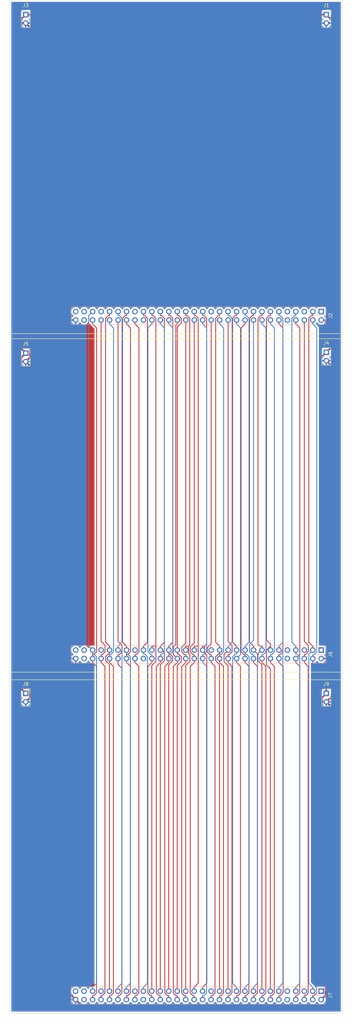
<source format=kicad_pcb>
(kicad_pcb (version 20211014) (generator pcbnew)
  (layers (0 "F.Cu" signal) (31 "B.Cu" signal) (34 "B.Paste" user) (35 "F.Paste" user) (36 "B.SilkS" user "B.Silkscreen") (37 "F.SilkS" user "F.Silkscreen") (38 "B.Mask" user) (39 "F.Mask" user) (44 "Edge.Cuts" user))
  (net 0 "")
  (net 1 "+5V")
  (net 2 "GND")
  (net 4 "Clock24")
  (net 5 "Clock3")
  (net 7 "Clock6")
  (net 8 "~{Clock12}")
  (net 9 "Clock12")
  (net 12 "D0")
  (net 13 "A0")
  (net 14 "D1")
  (net 15 "A1")
  (net 16 "D2")
  (net 17 "A2")
  (net 18 "D3")
  (net 19 "A3")
  (net 20 "D4")
  (net 21 "A4")
  (net 22 "D5")
  (net 23 "A5")
  (net 24 "D6")
  (net 25 "A6")
  (net 26 "D7")
  (net 27 "A7")
  (net 29 "A8")
  (net 30 "ROM{slash}~{RAM}")
  (net 31 "A9")
  (net 32 "Q1")
  (net 33 "A10")
  (net 34 "Q2")
  (net 35 "A11")
  (net 36 "Q3")
  (net 37 "A12")
  (net 38 "Q4")
  (net 39 "A13")
  (net 40 "Q5")
  (net 41 "A14")
  (net 42 "Q6")
  (net 43 "A15")
  (net 44 "Q7")
  (net 47 "~{RESET}")
  (net 48 "~{DMA}")
  (net 49 "~{NMI}")
  (net 50 "R{slash}~{W}")
  (net 51 "~{FIRQ}")
  (net 52 "~{HALT}")
  (net 53 "~{IRQ}")
  (net 55 "BA")
  (net 56 "MRDY")
  (net 57 "BS")
  (footprint "Connector_PinSocket_2.54mm:PinSocket_1x02_P2.54mm_Vertical" (layer "F.Cu") (at 120.396 29.718)
    (fp_text reference "J1")
    (fp_text value "Conn_01x02_Female")
  )
  (footprint "Connector_PinSocket_2.54mm:PinSocket_1x02_P2.54mm_Vertical" (layer "F.Cu") (at 30.226 29.718)
    (fp_text reference "J3")
    (fp_text value "Conn_01x02_Female")
  )
  (footprint "Connector_PinSocket_2.54mm:PinSocket_1x02_P2.54mm_Vertical" (layer "F.Cu") (at 120.396 232.918)
    (fp_text reference "J9")
    (fp_text value "Conn_01x02_Female")
  )
  (footprint "Connector_PinSocket_2.54mm:PinSocket_1x02_P2.54mm_Vertical" (layer "F.Cu") (at 30.226 232.918)
    (fp_text reference "J8")
    (fp_text value "Conn_01x02_Female")
  )
  (footprint "Connector_PinSocket_2.54mm:PinSocket_1x02_P2.54mm_Vertical" (layer "F.Cu") (at 120.396 130.81)
    (fp_text reference "J4")
    (fp_text value "Conn_01x02_Female")
  )
  (footprint "Connector_PinSocket_2.54mm:PinSocket_1x02_P2.54mm_Vertical" (layer "F.Cu") (at 30.226 131.064)
    (fp_text reference "J5")
    (fp_text value "Conn_01x02_Female")
  )
  (footprint "Connector_PinSocket_2.54mm:PinSocket_2x30_P2.54mm_Vertical" (layer "B.Cu") (at 118.842 322.072 90)
    (fp_text reference "J7")
    (fp_text value "Conn_02x30_Odd_Even")
  )
  (footprint "Connector_PinSocket_2.54mm:PinSocket_2x30_P2.54mm_Vertical" (layer "B.Cu") (at 118.872 118.618 90)
    (fp_text reference "J2")
    (fp_text value "Conn_02x30_Odd_Even")
  )
  (footprint "Connector_PinSocket_2.54mm:PinSocket_2x30_P2.54mm_Vertical" (layer "B.Cu") (at 118.872 219.964 90)
    (fp_text reference "J6")
    (fp_text value "Conn_02x30_Odd_Even")
  )
  (gr_line (start 25.908 228.854) (end 124.714 228.854) (layer "F.SilkS") (width 0.15))
  (gr_line (start 25.908 126.746) (end 124.714 126.746) (layer "F.SilkS") (width 0.15))
  (gr_line (start 25.908 125.222) (end 124.714 125.222) (layer "F.SilkS") (width 0.15))
  (gr_line (start 25.908 226.568) (end 124.714 226.568) (layer "F.SilkS") (width 0.15))
  (gr_rect (start 25.4 25.4) (end 125.222 328.676) (layer "Edge.Cuts") (width 0.1) (fill none))
  (segment (start 30.226 29.718) (end 120.396 29.718) (width 0.5) (layer "F.Cu") (net 1))
  (segment (start 122.428 124.173) (end 120.0471 121.7921) (width 0.25) (layer "F.Cu") (net 1))
  (segment (start 118.531 139.113) (end 120.396 140.978) (width 0.5) (layer "F.Cu") (net 1))
  (segment (start 28.926 231.618) (end 30.226 232.918) (width 0.5) (layer "F.Cu") (net 1))
  (segment (start 28.926 132.364) (end 28.926 231.618) (width 0.5) (layer "F.Cu") (net 1))
  (segment (start 28.926 31.018) (end 28.926 129.764) (width 0.5) (layer "F.Cu") (net 1))
  (segment (start 120.142 242.892) (end 120.142 323.312) (width 0.5) (layer "F.Cu") (net 1))
  (segment (start 120.142 323.312) (end 118.842 324.612) (width 0.5) (layer "F.Cu") (net 1))
  (segment (start 118.531 132.675) (end 118.531 139.113) (width 0.5) (layer "F.Cu") (net 1))
  (segment (start 118.872 121.158) (end 120.0471 121.158) (width 0.25) (layer "F.Cu") (net 1))
  (segment (start 120.396 232.918) (end 119.096 234.218) (width 0.5) (layer "F.Cu") (net 1))
  (segment (start 30.226 29.718) (end 28.926 31.018) (width 0.5) (layer "F.Cu") (net 1))
  (segment (start 120.396 222.504) (end 118.872 222.504) (width 0.5) (layer "F.Cu") (net 1))
  (segment (start 122.428 31.75) (end 122.428 124.173) (width 0.5) (layer "F.Cu") (net 1))
  (segment (start 120.0471 121.7921) (end 120.0471 121.158) (width 0.25) (layer "F.Cu") (net 1))
  (segment (start 120.396 140.978) (end 120.396 222.504) (width 0.5) (layer "F.Cu") (net 1))
  (segment (start 119.096 234.218) (end 119.096 241.846) (width 0.5) (layer "F.Cu") (net 1))
  (segment (start 119.096 241.846) (end 120.142 242.892) (width 0.5) (layer "F.Cu") (net 1))
  (segment (start 30.226 131.064) (end 28.926 132.364) (width 0.5) (layer "F.Cu") (net 1))
  (segment (start 122.428 124.173) (end 122.428 128.778) (width 0.5) (layer "F.Cu") (net 1))
  (segment (start 122.428 128.778) (end 120.396 130.81) (width 0.5) (layer "F.Cu") (net 1))
  (segment (start 120.396 29.718) (end 122.428 31.75) (width 0.5) (layer "F.Cu") (net 1))
  (segment (start 120.396 222.504) (end 120.396 232.918) (width 0.5) (layer "F.Cu") (net 1))
  (segment (start 120.396 130.81) (end 118.531 132.675) (width 0.5) (layer "F.Cu") (net 1))
  (segment (start 28.926 129.764) (end 30.226 131.064) (width 0.5) (layer "F.Cu") (net 1))
  (segment (start 30.226 133.604) (end 31.526 134.904) (width 0.5) (layer "F.Cu") (net 2))
  (segment (start 31.526 132.304) (end 30.226 133.604) (width 0.5) (layer "F.Cu") (net 2))
  (segment (start 31.526 234.158) (end 30.226 235.458) (width 0.5) (layer "F.Cu") (net 2))
  (segment (start 31.526 33.558) (end 31.526 132.304) (width 0.5) (layer "F.Cu") (net 2))
  (segment (start 47.214 326.644) (end 120.142 326.644) (width 0.5) (layer "F.Cu") (net 2))
  (segment (start 122.428 324.358) (end 122.428 237.49) (width 0.5) (layer "F.Cu") (net 2))
  (segment (start 122.174 135.128) (end 122.174 233.68) (width 0.5) (layer "F.Cu") (net 2))
  (segment (start 30.226 309.656) (end 45.182 324.612) (width 0.5) (layer "F.Cu") (net 2))
  (segment (start 122.174 233.68) (end 120.396 235.458) (width 0.5) (layer "F.Cu") (net 2))
  (segment (start 120.396 133.35) (end 122.174 135.128) (width 0.5) (layer "F.Cu") (net 2))
  (segment (start 30.226 235.458) (end 30.226 309.656) (width 0.5) (layer "F.Cu") (net 2))
  (segment (start 45.182 324.612) (end 47.214 326.644) (width 0.5) (layer "F.Cu") (net 2))
  (segment (start 31.526 134.904) (end 31.526 234.158) (width 0.5) (layer "F.Cu") (net 2))
  (segment (start 120.142 326.644) (end 122.428 324.358) (width 0.5) (layer "F.Cu") (net 2))
  (segment (start 30.226 32.258) (end 31.526 33.558) (width 0.5) (layer "F.Cu") (net 2))
  (segment (start 122.428 237.49) (end 120.396 235.458) (width 0.5) (layer "F.Cu") (net 2))
  (segment (start 30.226 32.258) (end 120.396 32.258) (width 0.5) (layer "F.Cu") (net 2))
  (segment (start 115.9648 119.7931) (end 115.1418 120.6161) (width 0.25) (layer "F.Cu") (net 4))
  (segment (start 115.1418 217.5987) (end 116.332 218.7889) (width 0.25) (layer "F.Cu") (net 4))
  (segment (start 116.332 118.618) (end 116.332 119.7931) (width 0.25) (layer "F.Cu") (net 4))
  (segment (start 115.1418 120.6161) (end 115.1418 217.5987) (width 0.25) (layer "F.Cu") (net 4))
  (segment (start 116.332 219.964) (end 116.332 218.7889) (width 0.25) (layer "F.Cu") (net 4))
  (segment (start 116.332 119.7931) (end 115.9648 119.7931) (width 0.25) (layer "F.Cu") (net 4))
  (segment (start 115.1521 221.1439) (end 115.1521 319.747) (width 0.25) (layer "B.Cu") (net 4))
  (segment (start 115.1521 319.747) (end 116.302 320.8969) (width 0.25) (layer "B.Cu") (net 4))
  (segment (start 116.332 219.964) (end 115.1521 221.1439) (width 0.25) (layer "B.Cu") (net 4))
  (segment (start 116.302 322.072) (end 116.302 320.8969) (width 0.25) (layer "B.Cu") (net 4))
  (segment (start 116.332 223.6791) (end 117.4927 224.8398) (width 0.25) (layer "F.Cu") (net 5))
  (segment (start 116.6672 323.4369) (end 116.302 323.4369) (width 0.25) (layer "F.Cu") (net 5))
  (segment (start 116.332 222.504) (end 116.332 223.6791) (width 0.25) (layer "F.Cu") (net 5))
  (segment (start 117.4927 224.8398) (end 117.4927 322.6114) (width 0.25) (layer "F.Cu") (net 5))
  (segment (start 117.4927 322.6114) (end 116.6672 323.4369) (width 0.25) (layer "F.Cu") (net 5))
  (segment (start 116.302 324.612) (end 116.302 323.4369) (width 0.25) (layer "F.Cu") (net 5))
  (segment (start 116.332 222.504) (end 116.332 221.3289) (width 0.25) (layer "B.Cu") (net 5))
  (segment (start 116.332 121.158) (end 116.332 122.3331) (width 0.25) (layer "B.Cu") (net 5))
  (segment (start 117.5262 123.5273) (end 117.5262 220.4999) (width 0.25) (layer "B.Cu") (net 5))
  (segment (start 116.6972 221.3289) (end 116.332 221.3289) (width 0.25) (layer "B.Cu") (net 5))
  (segment (start 116.332 122.3331) (end 117.5262 123.5273) (width 0.25) (layer "B.Cu") (net 5))
  (segment (start 117.5262 220.4999) (end 116.6972 221.3289) (width 0.25) (layer "B.Cu") (net 5))
  (segment (start 114.9419 322.6222) (end 114.1272 323.4369) (width 0.25) (layer "F.Cu") (net 7))
  (segment (start 113.792 222.504) (end 113.792 221.3289) (width 0.25) (layer "F.Cu") (net 7))
  (segment (start 113.792 223.6791) (end 114.9419 224.829) (width 0.25) (layer "F.Cu") (net 7))
  (segment (start 113.792 223.0915) (end 113.792 222.504) (width 0.25) (layer "F.Cu") (net 7))
  (segment (start 114.9419 224.829) (end 114.9419 322.6222) (width 0.25) (layer "F.Cu") (net 7))
  (segment (start 113.792 217.3686) (end 114.9997 218.5763) (width 0.25) (layer "F.Cu") (net 7))
  (segment (start 114.9997 218.5763) (end 114.9997 220.4345) (width 0.25) (layer "F.Cu") (net 7))
  (segment (start 113.762 324.612) (end 113.762 323.4369) (width 0.25) (layer "F.Cu") (net 7))
  (segment (start 114.9997 220.4345) (end 114.1053 221.3289) (width 0.25) (layer "F.Cu") (net 7))
  (segment (start 113.792 223.0915) (end 113.792 223.6791) (width 0.25) (layer "F.Cu") (net 7))
  (segment (start 114.1053 221.3289) (end 113.792 221.3289) (width 0.25) (layer "F.Cu") (net 7))
  (segment (start 113.792 121.158) (end 113.792 217.3686) (width 0.25) (layer "F.Cu") (net 7))
  (segment (start 114.1272 323.4369) (end 113.762 323.4369) (width 0.25) (layer "F.Cu") (net 7))
  (segment (start 111.252 118.618) (end 111.252 119.7931) (width 0.25) (layer "B.Cu") (net 8))
  (segment (start 111.252 219.3764) (end 111.252 218.7889) (width 0.25) (layer "B.Cu") (net 8))
  (segment (start 111.252 221.1391) (end 111.6192 221.1391) (width 0.25) (layer "B.Cu") (net 8))
  (segment (start 111.252 219.3764) (end 111.252 219.964) (width 0.25) (layer "B.Cu") (net 8))
  (segment (start 110.0614 120.6165) (end 110.0614 217.5983) (width 0.25) (layer "B.Cu") (net 8))
  (segment (start 112.4426 319.6763) (end 111.222 320.8969) (width 0.25) (layer "B.Cu") (net 8))
  (segment (start 112.4426 221.9625) (end 112.4426 319.6763) (width 0.25) (layer "B.Cu") (net 8))
  (segment (start 111.6192 221.1391) (end 112.4426 221.9625) (width 0.25) (layer "B.Cu") (net 8))
  (segment (start 111.222 322.072) (end 111.222 320.8969) (width 0.25) (layer "B.Cu") (net 8))
  (segment (start 111.252 119.7931) (end 110.8848 119.7931) (width 0.25) (layer "B.Cu") (net 8))
  (segment (start 110.0614 217.5983) (end 111.252 218.7889) (width 0.25) (layer "B.Cu") (net 8))
  (segment (start 111.252 219.964) (end 111.252 221.1391) (width 0.25) (layer "B.Cu") (net 8))
  (segment (start 110.8848 119.7931) (end 110.0614 120.6165) (width 0.25) (layer "B.Cu") (net 8))
  (segment (start 111.222 324.612) (end 111.222 323.4369) (width 0.25) (layer "F.Cu") (net 9))
  (segment (start 111.252 222.6739) (end 111.252 223.6791) (width 0.25) (layer "F.Cu") (net 9))
  (segment (start 111.252 222.504) (end 111.252 222.6739) (width 0.25) (layer "F.Cu") (net 9))
  (segment (start 112.4462 221.4797) (end 111.252 222.6739) (width 0.25) (layer "F.Cu") (net 9))
  (segment (start 112.4019 224.829) (end 112.4019 322.6222) (width 0.25) (layer "F.Cu") (net 9))
  (segment (start 111.252 121.158) (end 111.252 122.3331) (width 0.25) (layer "F.Cu") (net 9))
  (segment (start 112.4462 123.5273) (end 112.4462 221.4797) (width 0.25) (layer "F.Cu") (net 9))
  (segment (start 112.4019 322.6222) (end 111.5872 323.4369) (width 0.25) (layer "F.Cu") (net 9))
  (segment (start 111.252 223.6791) (end 112.4019 224.829) (width 0.25) (layer "F.Cu") (net 9))
  (segment (start 111.252 122.3331) (end 112.4462 123.5273) (width 0.25) (layer "F.Cu") (net 9))
  (segment (start 111.5872 323.4369) (end 111.222 323.4369) (width 0.25) (layer "F.Cu") (net 9))
  (segment (start 106.142 322.072) (end 106.142 320.8969) (width 0.25) (layer "B.Cu") (net 12))
  (segment (start 107.3626 220.567) (end 107.3626 319.6763) (width 0.25) (layer "B.Cu") (net 12))
  (segment (start 107.3626 217.5983) (end 106.172 218.7889) (width 0.25) (layer "B.Cu") (net 12))
  (segment (start 107.3626 120.6165) (end 107.3626 217.5983) (width 0.25) (layer "B.Cu") (net 12))
  (segment (start 106.5392 119.7931) (end 107.3626 120.6165) (width 0.25) (layer "B.Cu") (net 12))
  (segment (start 106.172 119.7931) (end 106.5392 119.7931) (width 0.25) (layer "B.Cu") (net 12))
  (segment (start 106.172 219.3764) (end 107.3626 220.567) (width 0.25) (layer "B.Cu") (net 12))
  (segment (start 107.3626 319.6763) (end 106.142 320.8969) (width 0.25) (layer "B.Cu") (net 12))
  (segment (start 106.172 219.964) (end 106.172 219.3764) (width 0.25) (layer "B.Cu") (net 12))
  (segment (start 106.172 219.3764) (end 106.172 218.7889) (width 0.25) (layer "B.Cu") (net 12))
  (segment (start 106.172 118.618) (end 106.172 119.7931) (width 0.25) (layer "B.Cu") (net 12))
  (segment (start 106.172 223.6791) (end 107.442 224.9491) (width 0.25) (layer "F.Cu") (net 13))
  (segment (start 106.5372 221.3289) (end 106.172 221.3289) (width 0.25) (layer "F.Cu") (net 13))
  (segment (start 107.3626 123.5237) (end 107.3626 220.5035) (width 0.25) (layer "F.Cu") (net 13))
  (segment (start 107.442 322.5021) (end 106.5072 323.4369) (width 0.25) (layer "F.Cu") (net 13))
  (segment (start 106.172 222.504) (end 106.172 221.3289) (width 0.25) (layer "F.Cu") (net 13))
  (segment (start 106.172 121.158) (end 106.172 122.3331) (width 0.25) (layer "F.Cu") (net 13))
  (segment (start 106.172 222.504) (end 106.172 223.6791) (width 0.25) (layer "F.Cu") (net 13))
  (segment (start 106.5072 323.4369) (end 106.142 323.4369) (width 0.25) (layer "F.Cu") (net 13))
  (segment (start 107.442 224.9491) (end 107.442 322.5021) (width 0.25) (layer "F.Cu") (net 13))
  (segment (start 107.3626 220.5035) (end 106.5372 221.3289) (width 0.25) (layer "F.Cu") (net 13))
  (segment (start 106.172 122.3331) (end 107.3626 123.5237) (width 0.25) (layer "F.Cu") (net 13))
  (segment (start 106.142 323.4369) (end 106.142 324.612) (width 0.25) (layer "F.Cu") (net 13))
  (segment (start 102.408 220.0129) (end 103.632 218.7889) (width 0.25) (layer "F.Cu") (net 14))
  (segment (start 103.632 219.964) (end 103.632 218.7889) (width 0.25) (layer "F.Cu") (net 14))
  (segment (start 103.2648 119.7931) (end 103.632 119.7931) (width 0.25) (layer "F.Cu") (net 14))
  (segment (start 103.602 322.072) (end 103.602 225.5498) (width 0.25) (layer "F.Cu") (net 14))
  (segment (start 103.632 218.7889) (end 103.632 218.131) (width 0.25) (layer "F.Cu") (net 14))
  (segment (start 103.632 118.618) (end 103.632 119.7931) (width 0.25) (layer "F.Cu") (net 14))
  (segment (start 103.602 225.5498) (end 102.408 224.3558) (width 0.25) (layer "F.Cu") (net 14))
  (segment (start 102.4418 216.9408) (end 102.4418 120.6161) (width 0.25) (layer "F.Cu") (net 14))
  (segment (start 102.4418 120.6161) (end 103.2648 119.7931) (width 0.25) (layer "F.Cu") (net 14))
  (segment (start 103.632 218.131) (end 102.4418 216.9408) (width 0.25) (layer "F.Cu") (net 14))
  (segment (start 102.408 224.3558) (end 102.408 220.0129) (width 0.25) (layer "F.Cu") (net 14))
  (segment (start 103.9672 323.4369) (end 103.602 323.4369) (width 0.25) (layer "F.Cu") (net 15))
  (segment (start 104.7819 322.6222) (end 103.9672 323.4369) (width 0.25) (layer "F.Cu") (net 15))
  (segment (start 103.602 324.612) (end 103.602 323.4369) (width 0.25) (layer "F.Cu") (net 15))
  (segment (start 104.7819 224.829) (end 104.7819 322.6222) (width 0.25) (layer "F.Cu") (net 15))
  (segment (start 103.632 223.6791) (end 104.7819 224.829) (width 0.25) (layer "F.Cu") (net 15))
  (segment (start 103.632 222.504) (end 103.632 223.6791) (width 0.25) (layer "F.Cu") (net 15))
  (segment (start 104.8275 123.5286) (end 104.8275 220.4986) (width 0.25) (layer "B.Cu") (net 15))
  (segment (start 103.632 121.158) (end 103.632 122.3331) (width 0.25) (layer "B.Cu") (net 15))
  (segment (start 103.632 122.3331) (end 104.8275 123.5286) (width 0.25) (layer "B.Cu") (net 15))
  (segment (start 103.632 222.504) (end 103.632 221.3289) (width 0.25) (layer "B.Cu") (net 15))
  (segment (start 104.8275 220.4986) (end 103.9972 221.3289) (width 0.25) (layer "B.Cu") (net 15))
  (segment (start 103.9972 221.3289) (end 103.632 221.3289) (width 0.25) (layer "B.Cu") (net 15))
  (segment (start 99.9043 220.9244) (end 101.092 219.7367) (width 0.25) (layer "F.Cu") (net 16))
  (segment (start 101.092 119.7931) (end 100.7248 119.7931) (width 0.25) (layer "F.Cu") (net 16))
  (segment (start 101.092 118.618) (end 101.092 119.7931) (width 0.25) (layer "F.Cu") (net 16))
  (segment (start 99.9012 218.2557) (end 100.4344 218.7889) (width 0.25) (layer "F.Cu") (net 16))
  (segment (start 101.092 219.964) (end 101.092 219.7367) (width 0.25) (layer "F.Cu") (net 16))
  (segment (start 99.9043 223.1281) (end 99.9043 220.9244) (width 0.25) (layer "F.Cu") (net 16))
  (segment (start 99.9012 120.6167) (end 99.9012 218.2557) (width 0.25) (layer "F.Cu") (net 16))
  (segment (start 101.062 322.072) (end 101.062 224.2858) (width 0.25) (layer "F.Cu") (net 16))
  (segment (start 100.4344 218.7889) (end 101.092 218.7889) (width 0.25) (layer "F.Cu") (net 16))
  (segment (start 100.7248 119.7931) (end 99.9012 120.6167) (width 0.25) (layer "F.Cu") (net 16))
  (segment (start 101.062 224.2858) (end 99.9043 223.1281) (width 0.25) (layer "F.Cu") (net 16))
  (segment (start 101.092 219.7367) (end 101.092 218.7889) (width 0.25) (layer "F.Cu") (net 16))
  (segment (start 101.4272 323.4369) (end 101.062 323.4369) (width 0.25) (layer "F.Cu") (net 17))
  (segment (start 101.092 222.504) (end 101.092 223.6791) (width 0.25) (layer "F.Cu") (net 17))
  (segment (start 102.2419 322.6222) (end 101.4272 323.4369) (width 0.25) (layer "F.Cu") (net 17))
  (segment (start 101.062 324.612) (end 101.062 323.4369) (width 0.25) (layer "F.Cu") (net 17))
  (segment (start 102.2419 224.829) (end 102.2419 322.6222) (width 0.25) (layer "F.Cu") (net 17))
  (segment (start 101.092 223.6791) (end 102.2419 224.829) (width 0.25) (layer "F.Cu") (net 17))
  (segment (start 101.092 121.158) (end 101.092 122.3331) (width 0.25) (layer "B.Cu") (net 17))
  (segment (start 101.092 122.3331) (end 102.2826 123.5237) (width 0.25) (layer "B.Cu") (net 17))
  (segment (start 102.2826 123.5237) (end 102.2826 220.5035) (width 0.25) (layer "B.Cu") (net 17))
  (segment (start 102.2826 220.5035) (end 101.4572 221.3289) (width 0.25) (layer "B.Cu") (net 17))
  (segment (start 101.092 222.504) (end 101.092 221.3289) (width 0.25) (layer "B.Cu") (net 17))
  (segment (start 101.4572 221.3289) (end 101.092 221.3289) (width 0.25) (layer "B.Cu") (net 17))
  (segment (start 97.3578 120.6201) (end 97.3578 217.5947) (width 0.25) (layer "F.Cu") (net 18))
  (segment (start 98.552 119.7931) (end 98.1848 119.7931) (width 0.25) (layer "F.Cu") (net 18))
  (segment (start 97.3578 217.5947) (end 98.552 218.7889) (width 0.25) (layer "F.Cu") (net 18))
  (segment (start 98.1848 119.7931) (end 97.3578 120.6201) (width 0.25) (layer "F.Cu") (net 18))
  (segment (start 98.552 219.964) (end 98.552 218.7889) (width 0.25) (layer "F.Cu") (net 18))
  (segment (start 98.552 118.618) (end 98.552 119.7931) (width 0.25) (layer "F.Cu") (net 18))
  (segment (start 99.7502 221.1622) (end 99.7502 319.6687) (width 0.25) (layer "B.Cu") (net 18))
  (segment (start 98.522 322.072) (end 98.522 320.8969) (width 0.25) (layer "B.Cu") (net 18))
  (segment (start 98.552 219.964) (end 99.7502 221.1622) (width 0.25) (layer "B.Cu") (net 18))
  (segment (start 99.7502 319.6687) (end 98.522 320.8969) (width 0.25) (layer "B.Cu") (net 18))
  (segment (start 98.552 222.504) (end 98.552 223.6791) (width 0.25) (layer "F.Cu") (net 19))
  (segment (start 98.552 223.6791) (end 99.7019 224.829) (width 0.25) (layer "F.Cu") (net 19))
  (segment (start 99.7019 322.6222) (end 98.8872 323.4369) (width 0.25) (layer "F.Cu") (net 19))
  (segment (start 98.522 324.612) (end 98.522 323.4369) (width 0.25) (layer "F.Cu") (net 19))
  (segment (start 99.7019 224.829) (end 99.7019 322.6222) (width 0.25) (layer "F.Cu") (net 19))
  (segment (start 98.8872 323.4369) (end 98.522 323.4369) (width 0.25) (layer "F.Cu") (net 19))
  (segment (start 98.552 222.504) (end 98.552 221.3289) (width 0.25) (layer "B.Cu") (net 19))
  (segment (start 97.3614 218.2809) (end 97.3614 220.5036) (width 0.25) (layer "B.Cu") (net 19))
  (segment (start 98.552 121.158) (end 98.552 217.0903) (width 0.25) (layer "B.Cu") (net 19))
  (segment (start 98.1867 221.3289) (end 98.552 221.3289) (width 0.25) (layer "B.Cu") (net 19))
  (segment (start 97.3614 220.5036) (end 98.1867 221.3289) (width 0.25) (layer "B.Cu") (net 19))
  (segment (start 98.552 217.0903) (end 97.3614 218.2809) (width 0.25) (layer "B.Cu") (net 19))
  (segment (start 96.012 219.964) (end 96.012 221.1391) (width 0.25) (layer "B.Cu") (net 20))
  (segment (start 97.2026 120.6165) (end 97.2026 217.5983) (width 0.25) (layer "B.Cu") (net 20))
  (segment (start 96.3792 221.1391) (end 97.2273 221.9872) (width 0.25) (layer "B.Cu") (net 20))
  (segment (start 96.012 219.964) (end 96.012 218.7889) (width 0.25) (layer "B.Cu") (net 20))
  (segment (start 96.012 118.618) (end 96.012 119.7931) (width 0.25) (layer "B.Cu") (net 20))
  (segment (start 97.2273 319.6516) (end 95.982 320.8969) (width 0.25) (layer "B.Cu") (net 20))
  (segment (start 96.3792 119.7931) (end 97.2026 120.6165) (width 0.25) (layer "B.Cu") (net 20))
  (segment (start 97.2026 217.5983) (end 96.012 218.7889) (width 0.25) (layer "B.Cu") (net 20))
  (segment (start 96.012 221.1391) (end 96.3792 221.1391) (width 0.25) (layer "B.Cu") (net 20))
  (segment (start 96.012 119.7931) (end 96.3792 119.7931) (width 0.25) (layer "B.Cu") (net 20))
  (segment (start 95.982 322.072) (end 95.982 320.8969) (width 0.25) (layer "B.Cu") (net 20))
  (segment (start 97.2273 221.9872) (end 97.2273 319.6516) (width 0.25) (layer "B.Cu") (net 20))
  (segment (start 97.1619 224.829) (end 97.1619 322.6222) (width 0.25) (layer "F.Cu") (net 21))
  (segment (start 94.8214 220.5036) (end 95.6467 221.3289) (width 0.25) (layer "F.Cu") (net 21))
  (segment (start 96.012 121.158) (end 96.012 122.3331) (width 0.25) (layer "F.Cu") (net 21))
  (segment (start 97.1619 322.6222) (end 96.3472 323.4369) (width 0.25) (layer "F.Cu") (net 21))
  (segment (start 94.8214 123.5237) (end 94.8214 220.5036) (width 0.25) (layer "F.Cu") (net 21))
  (segment (start 95.6467 221.3289) (end 96.012 221.3289) (width 0.25) (layer "F.Cu") (net 21))
  (segment (start 96.012 223.6791) (end 97.1619 224.829) (width 0.25) (layer "F.Cu") (net 21))
  (segment (start 96.012 222.504) (end 96.012 221.3289) (width 0.25) (layer "F.Cu") (net 21))
  (segment (start 95.982 324.612) (end 95.982 323.4369) (width 0.25) (layer "F.Cu") (net 21))
  (segment (start 96.3472 323.4369) (end 95.982 323.4369) (width 0.25) (layer "F.Cu") (net 21))
  (segment (start 96.012 223.0915) (end 96.012 223.6791) (width 0.25) (layer "F.Cu") (net 21))
  (segment (start 96.012 223.0915) (end 96.012 222.6473) (width 0.25) (layer "F.Cu") (net 21))
  (segment (start 96.012 122.3331) (end 94.8214 123.5237) (width 0.25) (layer "F.Cu") (net 21))
  (segment (start 96.012 222.504) (end 96.012 222.6473) (width 0.25) (layer "F.Cu") (net 21))
  (segment (start 92.2818 217.5987) (end 93.472 218.7889) (width 0.25) (layer "F.Cu") (net 22))
  (segment (start 92.2818 120.6161) (end 92.2818 217.5987) (width 0.25) (layer "F.Cu") (net 22))
  (segment (start 93.472 118.618) (end 93.472 119.7931) (width 0.25) (layer "F.Cu") (net 22))
  (segment (start 93.1048 119.7931) (end 92.2818 120.6161) (width 0.25) (layer "F.Cu") (net 22))
  (segment (start 93.472 119.7931) (end 93.1048 119.7931) (width 0.25) (layer "F.Cu") (net 22))
  (segment (start 93.472 219.964) (end 93.472 218.7889) (width 0.25) (layer "F.Cu") (net 22))
  (segment (start 93.442 322.072) (end 93.442 320.8969) (width 0.25) (layer "B.Cu") (net 22))
  (segment (start 93.1048 221.1391) (end 92.2921 221.9518) (width 0.25) (layer "B.Cu") (net 22))
  (segment (start 92.2921 319.747) (end 93.442 320.8969) (width 0.25) (layer "B.Cu") (net 22))
  (segment (start 92.2921 221.9518) (end 92.2921 319.747) (width 0.25) (layer "B.Cu") (net 22))
  (segment (start 93.472 219.964) (end 93.472 221.1391) (width 0.25) (layer "B.Cu") (net 22))
  (segment (start 93.472 221.1391) (end 93.1048 221.1391) (width 0.25) (layer "B.Cu") (net 22))
  (segment (start 93.472 222.504) (end 93.472 223.6791) (width 0.25) (layer "F.Cu") (net 23))
  (segment (start 93.472 223.6791) (end 94.6219 224.829) (width 0.25) (layer "F.Cu") (net 23))
  (segment (start 94.6219 322.6222) (end 93.8072 323.4369) (width 0.25) (layer "F.Cu") (net 23))
  (segment (start 93.8072 323.4369) (end 93.442 323.4369) (width 0.25) (layer "F.Cu") (net 23))
  (segment (start 93.442 324.612) (end 93.442 323.4369) (width 0.25) (layer "F.Cu") (net 23))
  (segment (start 94.6219 224.829) (end 94.6219 322.6222) (width 0.25) (layer "F.Cu") (net 23))
  (segment (start 93.472 122.3331) (end 94.6472 123.5083) (width 0.25) (layer "B.Cu") (net 23))
  (segment (start 93.472 121.158) (end 93.472 122.3331) (width 0.25) (layer "B.Cu") (net 23))
  (segment (start 94.6472 221.3288) (end 93.472 222.504) (width 0.25) (layer "B.Cu") (net 23))
  (segment (start 94.6472 123.5083) (end 94.6472 221.3288) (width 0.25) (layer "B.Cu") (net 23))
  (segment (start 90.902 224.6521) (end 90.902 322.072) (width 0.25) (layer "F.Cu") (net 24))
  (segment (start 90.932 219.964) (end 89.7265 221.1695) (width 0.25) (layer "F.Cu") (net 24))
  (segment (start 89.7265 221.1695) (end 89.7265 223.4766) (width 0.25) (layer "F.Cu") (net 24))
  (segment (start 89.7265 223.4766) (end 90.902 224.6521) (width 0.25) (layer "F.Cu") (net 24))
  (segment (start 90.932 118.618) (end 90.932 119.7931) (width 0.25) (layer "B.Cu") (net 24))
  (segment (start 92.1226 217.5983) (end 90.932 218.7889) (width 0.25) (layer "B.Cu") (net 24))
  (segment (start 91.2992 119.7931) (end 92.1226 120.6165) (width 0.25) (layer "B.Cu") (net 24))
  (segment (start 90.932 119.7931) (end 91.2992 119.7931) (width 0.25) (layer "B.Cu") (net 24))
  (segment (start 92.1226 120.6165) (end 92.1226 217.5983) (width 0.25) (layer "B.Cu") (net 24))
  (segment (start 90.932 219.964) (end 90.932 218.7889) (width 0.25) (layer "B.Cu") (net 24))
  (segment (start 92.0819 224.829) (end 92.0819 322.6222) (width 0.25) (layer "F.Cu") (net 25))
  (segment (start 90.932 217.3686) (end 92.118 218.5546) (width 0.25) (layer "F.Cu") (net 25))
  (segment (start 90.932 222.504) (end 90.932 223.6791) (width 0.25) (layer "F.Cu") (net 25))
  (segment (start 92.118 218.5546) (end 92.118 220.5081) (width 0.25) (layer "F.Cu") (net 25))
  (segment (start 92.118 220.5081) (end 91.2972 221.3289) (width 0.25) (layer "F.Cu") (net 25))
  (segment (start 90.932 121.158) (end 90.932 217.3686) (width 0.25) (layer "F.Cu") (net 25))
  (segment (start 90.932 223.6791) (end 92.0819 224.829) (width 0.25) (layer "F.Cu") (net 25))
  (segment (start 91.2672 323.4369) (end 90.902 323.4369) (width 0.25) (layer "F.Cu") (net 25))
  (segment (start 90.932 222.504) (end 90.932 221.3289) (width 0.25) (layer "F.Cu") (net 25))
  (segment (start 90.902 324.612) (end 90.902 323.4369) (width 0.25) (layer "F.Cu") (net 25))
  (segment (start 91.2972 221.3289) (end 90.932 221.3289) (width 0.25) (layer "F.Cu") (net 25))
  (segment (start 92.0819 322.6222) (end 91.2672 323.4369) (width 0.25) (layer "F.Cu") (net 25))
  (segment (start 87.2018 217.5987) (end 88.392 218.7889) (width 0.25) (layer "F.Cu") (net 26))
  (segment (start 88.392 221.1391) (end 88.0248 221.1391) (width 0.25) (layer "F.Cu") (net 26))
  (segment (start 88.392 219.964) (end 88.392 218.7889) (width 0.25) (layer "F.Cu") (net 26))
  (segment (start 88.362 224.2858) (end 88.362 322.072) (width 0.25) (layer "F.Cu") (net 26))
  (segment (start 88.392 119.7931) (end 88.0248 119.7931) (width 0.25) (layer "F.Cu") (net 26))
  (segment (start 88.392 219.964) (end 88.392 221.1391) (width 0.25) (layer "F.Cu") (net 26))
  (segment (start 87.2018 120.6161) (end 87.2018 217.5987) (width 0.25) (layer "F.Cu") (net 26))
  (segment (start 88.0248 119.7931) (end 87.2018 120.6161) (width 0.25) (layer "F.Cu") (net 26))
  (segment (start 88.0248 221.1391) (end 87.1865 221.9774) (width 0.25) (layer "F.Cu") (net 26))
  (segment (start 87.1865 223.1103) (end 88.362 224.2858) (width 0.25) (layer "F.Cu") (net 26))
  (segment (start 88.392 118.618) (end 88.392 119.7931) (width 0.25) (layer "F.Cu") (net 26))
  (segment (start 87.1865 221.9774) (end 87.1865 223.1103) (width 0.25) (layer "F.Cu") (net 26))
  (segment (start 88.7272 323.4369) (end 88.362 323.4369) (width 0.25) (layer "F.Cu") (net 27))
  (segment (start 89.5419 224.829) (end 89.5419 322.6222) (width 0.25) (layer "F.Cu") (net 27))
  (segment (start 88.392 222.504) (end 88.392 223.6791) (width 0.25) (layer "F.Cu") (net 27))
  (segment (start 88.362 324.612) (end 88.362 323.4369) (width 0.25) (layer "F.Cu") (net 27))
  (segment (start 89.5419 322.6222) (end 88.7272 323.4369) (width 0.25) (layer "F.Cu") (net 27))
  (segment (start 88.392 223.6791) (end 89.5419 224.829) (width 0.25) (layer "F.Cu") (net 27))
  (segment (start 88.392 122.3331) (end 89.5826 123.5237) (width 0.25) (layer "B.Cu") (net 27))
  (segment (start 89.5826 220.5035) (end 88.7572 221.3289) (width 0.25) (layer "B.Cu") (net 27))
  (segment (start 88.392 222.504) (end 88.392 221.3289) (width 0.25) (layer "B.Cu") (net 27))
  (segment (start 89.5826 123.5237) (end 89.5826 220.5035) (width 0.25) (layer "B.Cu") (net 27))
  (segment (start 88.7572 221.3289) (end 88.392 221.3289) (width 0.25) (layer "B.Cu") (net 27))
  (segment (start 88.392 121.158) (end 88.392 122.3331) (width 0.25) (layer "B.Cu") (net 27))
  (segment (start 84.6713 219.2955) (end 85.852 218.1148) (width 0.25) (layer "F.Cu") (net 29))
  (segment (start 85.852 218.1148) (end 85.852 121.158) (width 0.25) (layer "F.Cu") (net 29))
  (segment (start 85.852 223.0915) (end 85.852 222.504) (width 0.25) (layer "F.Cu") (net 29))
  (segment (start 85.852 223.0915) (end 85.852 223.6791) (width 0.25) (layer "F.Cu") (net 29))
  (segment (start 86.1872 323.4369) (end 85.822 323.4369) (width 0.25) (layer "F.Cu") (net 29))
  (segment (start 85.852 223.6791) (end 87.0019 224.829) (width 0.25) (layer "F.Cu") (net 29))
  (segment (start 85.852 221.3289) (end 85.4848 221.3289) (width 0.25) (layer "F.Cu") (net 29))
  (segment (start 87.0019 224.829) (end 87.0019 322.6222) (width 0.25) (layer "F.Cu") (net 29))
  (segment (start 87.0019 322.6222) (end 86.1872 323.4369) (width 0.25) (layer "F.Cu") (net 29))
  (segment (start 84.6713 220.5154) (end 84.6713 219.2955) (width 0.25) (layer "F.Cu") (net 29))
  (segment (start 85.822 324.612) (end 85.822 323.4369) (width 0.25) (layer "F.Cu") (net 29))
  (segment (start 85.852 222.504) (end 85.852 221.3289) (width 0.25) (layer "F.Cu") (net 29))
  (segment (start 85.4848 221.3289) (end 84.6713 220.5154) (width 0.25) (layer "F.Cu") (net 29))
  (segment (start 84.5026 120.6165) (end 84.5026 218.1655) (width 0.25) (layer "F.Cu") (net 30))
  (segment (start 84.5026 218.1655) (end 83.8792 218.7889) (width 0.25) (layer "F.Cu") (net 30))
  (segment (start 83.8792 218.7889) (end 83.312 218.7889) (width 0.25) (layer "F.Cu") (net 30))
  (segment (start 83.282 322.072) (end 83.282 320.8969) (width 0.25) (layer "F.Cu") (net 30))
  (segment (start 83.8792 220.8386) (end 84.5508 221.5102) (width 0.25) (layer "F.Cu") (net 30))
  (segment (start 83.312 219.964) (end 83.312 218.7889) (width 0.25) (layer "F.Cu") (net 30))
  (segment (start 84.5508 319.6281) (end 83.282 320.8969) (width 0.25) (layer "F.Cu") (net 30))
  (segment (start 83.312 118.618) (end 83.312 119.7931) (width 0.25) (layer "F.Cu") (net 30))
  (segment (start 83.312 119.7931) (end 83.6792 119.7931) (width 0.25) (layer "F.Cu") (net 30))
  (segment (start 83.8792 218.7889) (end 83.8792 220.8386) (width 0.25) (layer "F.Cu") (net 30))
  (segment (start 83.6792 119.7931) (end 84.5026 120.6165) (width 0.25) (layer "F.Cu") (net 30))
  (segment (start 84.5508 221.5102) (end 84.5508 319.6281) (width 0.25) (layer "F.Cu") (net 30))
  (segment (start 83.312 122.3331) (end 84.5026 123.5237) (width 0.25) (layer "B.Cu") (net 31))
  (segment (start 83.312 222.504) (end 83.312 223.6791) (width 0.25) (layer "B.Cu") (net 31))
  (segment (start 83.312 121.158) (end 83.312 122.3331) (width 0.25) (layer "B.Cu") (net 31))
  (segment (start 83.312 221.9164) (end 83.312 222.504) (width 0.25) (layer "B.Cu") (net 31))
  (segment (start 84.5026 220.5035) (end 83.6772 221.3289) (width 0.25) (layer "B.Cu") (net 31))
  (segment (start 83.312 223.6791) (end 84.4619 224.829) (width 0.25) (layer "B.Cu") (net 31))
  (segment (start 83.6772 221.3289) (end 83.312 221.3289) (width 0.25) (layer "B.Cu") (net 31))
  (segment (start 84.5026 123.5237) (end 84.5026 220.5035) (width 0.25) (layer "B.Cu") (net 31))
  (segment (start 83.6472 323.4369) (end 83.282 323.4369) (width 0.25) (layer "B.Cu") (net 31))
  (segment (start 84.4619 224.829) (end 84.4619 322.6222) (width 0.25) (layer "B.Cu") (net 31))
  (segment (start 83.312 221.9164) (end 83.312 221.3289) (width 0.25) (layer "B.Cu") (net 31))
  (segment (start 84.4619 322.6222) (end 83.6472 323.4369) (width 0.25) (layer "B.Cu") (net 31))
  (segment (start 83.282 324.612) (end 83.282 323.4369) (width 0.25) (layer "B.Cu") (net 31))
  (segment (start 81.9626 218.7889) (end 81.9626 319.6763) (width 0.25) (layer "F.Cu") (net 32))
  (segment (start 80.742 322.072) (end 80.742 320.8969) (width 0.25) (layer "F.Cu") (net 32))
  (segment (start 80.772 118.618) (end 80.772 119.7931) (width 0.25) (layer "F.Cu") (net 32))
  (segment (start 80.772 119.7931) (end 81.1392 119.7931) (width 0.25) (layer "F.Cu") (net 32))
  (segment (start 81.9626 319.6763) (end 80.742 320.8969) (width 0.25) (layer "F.Cu") (net 32))
  (segment (start 81.1392 119.7931) (end 81.9626 120.6165) (width 0.25) (layer "F.Cu") (net 32))
  (segment (start 81.9626 218.7889) (end 80.772 218.7889) (width 0.25) (layer "F.Cu") (net 32))
  (segment (start 80.772 219.964) (end 80.772 218.7889) (width 0.25) (layer "F.Cu") (net 32))
  (segment (start 81.9626 120.6165) (end 81.9626 218.7889) (width 0.25) (layer "F.Cu") (net 32))
  (segment (start 80.3748 323.4369) (end 79.563 322.6251) (width 0.25) (layer "F.Cu") (net 33))
  (segment (start 80.772 217.7964) (end 79.5913 218.9771) (width 0.25) (layer "F.Cu") (net 33))
  (segment (start 79.563 322.6251) (end 79.563 224.8881) (width 0.25) (layer "F.Cu") (net 33))
  (segment (start 79.5913 220.5135) (end 80.4067 221.3289) (width 0.25) (layer "F.Cu") (net 33))
  (segment (start 79.5913 218.9771) (end 79.5913 220.5135) (width 0.25) (layer "F.Cu") (net 33))
  (segment (start 80.772 121.158) (end 80.772 217.7964) (width 0.25) (layer "F.Cu") (net 33))
  (segment (start 79.563 224.8881) (end 80.772 223.6791) (width 0.25) (layer "F.Cu") (net 33))
  (segment (start 80.742 324.612) (end 80.742 323.4369) (width 0.25) (layer "F.Cu") (net 33))
  (segment (start 80.772 222.504) (end 80.772 221.3289) (width 0.25) (layer "F.Cu") (net 33))
  (segment (start 80.772 222.504) (end 80.772 223.6791) (width 0.25) (layer "F.Cu") (net 33))
  (segment (start 80.4067 221.3289) (end 80.772 221.3289) (width 0.25) (layer "F.Cu") (net 33))
  (segment (start 80.742 323.4369) (end 80.3748 323.4369) (width 0.25) (layer "F.Cu") (net 33))
  (segment (start 79.4501 223.3419) (end 78.202 224.59) (width 0.25) (layer "F.Cu") (net 34))
  (segment (start 78.202 322.072) (end 78.202 320.8969) (width 0.25) (layer "F.Cu") (net 34))
  (segment (start 78.5992 119.7931) (end 79.4226 120.6165) (width 0.25) (layer "F.Cu") (net 34))
  (segment (start 79.0871 218.7889) (end 78.232 218.7889) (width 0.25) (layer "F.Cu") (net 34))
  (segment (start 79.4226 120.6165) (end 79.4226 218.4534) (width 0.25) (layer "F.Cu") (net 34))
  (segment (start 79.4226 218.4534) (end 79.0871 218.7889) (width 0.25) (layer "F.Cu") (net 34))
  (segment (start 78.232 118.618) (end 78.232 119.7931) (width 0.25) (layer "F.Cu") (net 34))
  (segment (start 79.4501 221.3093) (end 79.4501 223.3419) (width 0.25) (layer "F.Cu") (net 34))
  (segment (start 79.0871 220.9463) (end 79.4501 221.3093) (width 0.25) (layer "F.Cu") (net 34))
  (segment (start 79.0871 218.7889) (end 79.0871 220.9463) (width 0.25) (layer "F.Cu") (net 34))
  (segment (start 78.202 224.59) (end 78.202 320.8969) (width 0.25) (layer "F.Cu") (net 34))
  (segment (start 78.232 119.7931) (end 78.5992 119.7931) (width 0.25) (layer "F.Cu") (net 34))
  (segment (start 78.232 219.964) (end 78.232 218.7889) (width 0.25) (layer "F.Cu") (net 34))
  (segment (start 77.023 322.6251) (end 77.023 224.8881) (width 0.25) (layer "F.Cu") (net 35))
  (segment (start 78.232 222.504) (end 78.232 223.6791) (width 0.25) (layer "F.Cu") (net 35))
  (segment (start 77.0513 219.0485) (end 77.0513 220.5135) (width 0.25) (layer "F.Cu") (net 35))
  (segment (start 77.023 224.8881) (end 78.232 223.6791) (width 0.25) (layer "F.Cu") (net 35))
  (segment (start 78.232 217.8678) (end 77.0513 219.0485) (width 0.25) (layer "F.Cu") (net 35))
  (segment (start 78.202 324.612) (end 78.202 323.4369) (width 0.25) (layer "F.Cu") (net 35))
  (segment (start 77.0513 220.5135) (end 77.8667 221.3289) (width 0.25) (layer "F.Cu") (net 35))
  (segment (start 78.232 121.158) (end 78.232 217.8678) (width 0.25) (layer "F.Cu") (net 35))
  (segment (start 77.8667 221.3289) (end 78.232 221.3289) (width 0.25) (layer "F.Cu") (net 35))
  (segment (start 78.232 222.504) (end 78.232 221.3289) (width 0.25) (layer "F.Cu") (net 35))
  (segment (start 77.8348 323.4369) (end 77.023 322.6251) (width 0.25) (layer "F.Cu") (net 35))
  (segment (start 78.202 323.4369) (end 77.8348 323.4369) (width 0.25) (layer "F.Cu") (net 35))
  (segment (start 75.692 119.7931) (end 76.0592 119.7931) (width 0.25) (layer "F.Cu") (net 36))
  (segment (start 76.8864 221.9663) (end 76.8864 223.3656) (width 0.25) (layer "F.Cu") (net 36))
  (segment (start 75.662 224.59) (end 75.662 320.8969) (width 0.25) (layer "F.Cu") (net 36))
  (segment (start 76.0592 221.1391) (end 76.8864 221.9663) (width 0.25) (layer "F.Cu") (net 36))
  (segment (start 75.662 322.072) (end 75.662 320.8969) (width 0.25) (layer "F.Cu") (net 36))
  (segment (start 75.692 118.618) (end 75.692 119.7931) (width 0.25) (layer "F.Cu") (net 36))
  (segment (start 75.692 221.1391) (end 76.0592 221.1391) (width 0.25) (layer "F.Cu") (net 36))
  (segment (start 76.8718 120.6057) (end 76.8718 122.0625) (width 0.25) (layer "F.Cu") (net 36))
  (segment (start 76.8718 122.0625) (end 75.692 123.2423) (width 0.25) (layer "F.Cu") (net 36))
  (segment (start 76.8864 223.3656) (end 75.662 224.59) (width 0.25) (layer "F.Cu") (net 36))
  (segment (start 76.0592 119.7931) (end 76.8718 120.6057) (width 0.25) (layer "F.Cu") (net 36))
  (segment (start 75.692 219.964) (end 75.692 221.1391) (width 0.25) (layer "F.Cu") (net 36))
  (segment (start 75.692 123.2423) (end 75.692 219.964) (width 0.25) (layer "F.Cu") (net 36))
  (segment (start 74.483 322.6251) (end 74.483 224.8881) (width 0.25) (layer "F.Cu") (net 37))
  (segment (start 75.2418 218.2466) (end 74.5113 218.9771) (width 0.25) (layer "F.Cu") (net 37))
  (segment (start 75.692 122.3331) (end 75.2418 122.7833) (width 0.25) (layer "F.Cu") (net 37))
  (segment (start 75.662 323.4369) (end 75.2948 323.4369) (width 0.25) (layer "F.Cu") (net 37))
  (segment (start 75.692 222.504) (end 75.692 223.6791) (width 0.25) (layer "F.Cu") (net 37))
  (segment (start 75.2948 323.4369) (end 74.483 322.6251) (width 0.25) (layer "F.Cu") (net 37))
  (segment (start 74.5113 221.3233) (end 75.692 222.504) (width 0.25) (layer "F.Cu") (net 37))
  (segment (start 75.2418 122.7833) (end 75.2418 218.2466) (width 0.25) (layer "F.Cu") (net 37))
  (segment (start 74.5113 218.9771) (end 74.5113 221.3233) (width 0.25) (layer "F.Cu") (net 37))
  (segment (start 74.483 224.8881) (end 75.692 223.6791) (width 0.25) (layer "F.Cu") (net 37))
  (segment (start 75.662 324.612) (end 75.662 323.4369) (width 0.25) (layer "F.Cu") (net 37))
  (segment (start 75.692 121.158) (end 75.692 122.3331) (width 0.25) (layer "F.Cu") (net 37))
  (segment (start 73.152 118.618) (end 73.152 119.7931) (width 0.25) (layer "F.Cu") (net 38))
  (segment (start 74.3353 221.9746) (end 74.3353 223.1325) (width 0.25) (layer "F.Cu") (net 38))
  (segment (start 74.3318 217.6091) (end 73.152 218.7889) (width 0.25) (layer "F.Cu") (net 38))
  (segment (start 73.152 219.964) (end 73.152 221.1391) (width 0.25) (layer "F.Cu") (net 38))
  (segment (start 73.5192 119.7931) (end 74.3318 120.6057) (width 0.25) (layer "F.Cu") (net 38))
  (segment (start 73.152 221.1391) (end 73.4998 221.1391) (width 0.25) (layer "F.Cu") (net 38))
  (segment (start 73.152 119.7931) (end 73.5192 119.7931) (width 0.25) (layer "F.Cu") (net 38))
  (segment (start 73.152 219.964) (end 73.152 218.7889) (width 0.25) (layer "F.Cu") (net 38))
  (segment (start 74.3353 223.1325) (end 73.122 224.3458) (width 0.25) (layer "F.Cu") (net 38))
  (segment (start 73.4998 221.1391) (end 74.3353 221.9746) (width 0.25) (layer "F.Cu") (net 38))
  (segment (start 74.3318 120.6057) (end 74.3318 217.6091) (width 0.25) (layer "F.Cu") (net 38))
  (segment (start 73.122 224.3458) (end 73.122 322.072) (width 0.25) (layer "F.Cu") (net 38))
  (segment (start 71.943 224.8881) (end 73.152 223.6791) (width 0.25) (layer "F.Cu") (net 39))
  (segment (start 73.122 323.4369) (end 72.7548 323.4369) (width 0.25) (layer "F.Cu") (net 39))
  (segment (start 73.122 324.612) (end 73.122 323.4369) (width 0.25) (layer "F.Cu") (net 39))
  (segment (start 72.7548 323.4369) (end 71.943 322.6251) (width 0.25) (layer "F.Cu") (net 39))
  (segment (start 71.943 322.6251) (end 71.943 224.8881) (width 0.25) (layer "F.Cu") (net 39))
  (segment (start 73.152 222.504) (end 73.152 223.6791) (width 0.25) (layer "F.Cu") (net 39))
  (segment (start 73.5172 221.3289) (end 73.152 221.3289) (width 0.25) (layer "B.Cu") (net 39))
  (segment (start 74.3426 123.5237) (end 74.3426 220.5035) (width 0.25) (layer "B.Cu") (net 39))
  (segment (start 73.152 122.3331) (end 74.3426 123.5237) (width 0.25) (layer "B.Cu") (net 39))
  (segment (start 73.152 121.158) (end 73.152 122.3331) (width 0.25) (layer "B.Cu") (net 39))
  (segment (start 74.3426 220.5035) (end 73.5172 221.3289) (width 0.25) (layer "B.Cu") (net 39))
  (segment (start 73.152 222.504) (end 73.152 221.3289) (width 0.25) (layer "B.Cu") (net 39))
  (segment (start 71.7953 220.5597) (end 71.7953 223.1325) (width 0.25) (layer "F.Cu") (net 40))
  (segment (start 71.7953 223.1325) (end 70.582 224.3458) (width 0.25) (layer "F.Cu") (net 40))
  (segment (start 70.612 219.964) (end 70.612 219.3764) (width 0.25) (layer "F.Cu") (net 40))
  (segment (start 70.612 219.3764) (end 70.612 218.7889) (width 0.25) (layer "F.Cu") (net 40))
  (segment (start 70.612 219.3764) (end 71.7953 220.5597) (width 0.25) (layer "F.Cu") (net 40))
  (segment (start 70.582 224.3458) (end 70.582 322.072) (width 0.25) (layer "F.Cu") (net 40))
  (segment (start 70.612 118.618) (end 70.612 119.7931) (width 0.25) (layer "F.Cu") (net 40))
  (segment (start 71.8026 217.5983) (end 70.612 218.7889) (width 0.25) (layer "F.Cu") (net 40))
  (segment (start 70.612 119.7931) (end 70.9792 119.7931) (width 0.25) (layer "F.Cu") (net 40))
  (segment (start 71.8026 120.6165) (end 71.8026 217.5983) (width 0.25) (layer "F.Cu") (net 40))
  (segment (start 70.9792 119.7931) (end 71.8026 120.6165) (width 0.25) (layer "F.Cu") (net 40))
  (segment (start 70.612 222.504) (end 70.612 223.6791) (width 0.25) (layer "F.Cu") (net 41))
  (segment (start 69.3914 322.6116) (end 70.2167 323.4369) (width 0.25) (layer "F.Cu") (net 41))
  (segment (start 70.612 223.6791) (end 69.3914 224.8997) (width 0.25) (layer "F.Cu") (net 41))
  (segment (start 70.2167 323.4369) (end 70.582 323.4369) (width 0.25) (layer "F.Cu") (net 41))
  (segment (start 70.582 324.612) (end 70.582 323.4369) (width 0.25) (layer "F.Cu") (net 41))
  (segment (start 69.3914 224.8997) (end 69.3914 322.6116) (width 0.25) (layer "F.Cu") (net 41))
  (segment (start 70.612 222.504) (end 70.612 221.3289) (width 0.25) (layer "B.Cu") (net 41))
  (segment (start 71.8026 220.5035) (end 70.9772 221.3289) (width 0.25) (layer "B.Cu") (net 41))
  (segment (start 70.9772 221.3289) (end 70.612 221.3289) (width 0.25) (layer "B.Cu") (net 41))
  (segment (start 70.612 122.3331) (end 71.8026 123.5237) (width 0.25) (layer "B.Cu") (net 41))
  (segment (start 71.8026 123.5237) (end 71.8026 220.5035) (width 0.25) (layer "B.Cu") (net 41))
  (segment (start 70.612 121.158) (end 70.612 122.3331) (width 0.25) (layer "B.Cu") (net 41))
  (segment (start 69.2626 120.6165) (end 69.2626 218.7889) (width 0.25) (layer "F.Cu") (net 42))
  (segment (start 69.2626 218.7889) (end 69.2626 223.3578) (width 0.25) (layer "F.Cu") (net 42))
  (segment (start 69.2626 218.7889) (end 68.072 218.7889) (width 0.25) (layer "F.Cu") (net 42))
  (segment (start 68.072 118.618) (end 68.072 119.7931) (width 0.25) (layer "F.Cu") (net 42))
  (segment (start 68.072 219.964) (end 68.072 218.7889) (width 0.25) (layer "F.Cu") (net 42))
  (segment (start 68.072 119.7931) (end 68.4392 119.7931) (width 0.25) (layer "F.Cu") (net 42))
  (segment (start 69.2626 223.3578) (end 68.042 224.5784) (width 0.25) (layer "F.Cu") (net 42))
  (segment (start 68.042 224.5784) (end 68.042 320.8969) (width 0.25) (layer "F.Cu") (net 42))
  (segment (start 68.4392 119.7931) (end 69.2626 120.6165) (width 0.25) (layer "F.Cu") (net 42))
  (segment (start 68.042 322.072) (end 68.042 320.8969) (width 0.25) (layer "F.Cu") (net 42))
  (segment (start 66.8514 322.6116) (end 67.6767 323.4369) (width 0.25) (layer "F.Cu") (net 43))
  (segment (start 68.072 222.504) (end 68.072 223.6791) (width 0.25) (layer "F.Cu") (net 43))
  (segment (start 68.072 223.6791) (end 66.8514 224.8997) (width 0.25) (layer "F.Cu") (net 43))
  (segment (start 67.6767 323.4369) (end 68.042 323.4369) (width 0.25) (layer "F.Cu") (net 43))
  (segment (start 68.042 324.612) (end 68.042 323.4369) (width 0.25) (layer "F.Cu") (net 43))
  (segment (start 66.8514 224.8997) (end 66.8514 322.6116) (width 0.25) (layer "F.Cu") (net 43))
  (segment (start 66.8814 123.5237) (end 66.8814 220.5036) (width 0.25) (layer "B.Cu") (net 43))
  (segment (start 68.072 222.504) (end 68.072 221.3289) (width 0.25) (layer "B.Cu") (net 43))
  (segment (start 67.7067 221.3289) (end 68.072 221.3289) (width 0.25) (layer "B.Cu") (net 43))
  (segment (start 68.072 122.3331) (end 66.8814 123.5237) (width 0.25) (layer "B.Cu") (net 43))
  (segment (start 68.072 121.158) (end 68.072 122.3331) (width 0.25) (layer "B.Cu") (net 43))
  (segment (start 66.8814 220.5036) (end 67.7067 221.3289) (width 0.25) (layer "B.Cu") (net 43))
  (segment (start 66.7226 120.6165) (end 66.7226 217.5983) (width 0.25) (layer "F.Cu") (net 44))
  (segment (start 65.8992 119.7931) (end 66.7226 120.6165) (width 0.25) (layer "F.Cu") (net 44))
  (segment (start 65.532 219.964) (end 65.532 218.7889) (width 0.25) (layer "F.Cu") (net 44))
  (segment (start 65.532 119.7931) (end 65.8992 119.7931) (width 0.25) (layer "F.Cu") (net 44))
  (segment (start 65.532 118.618) (end 65.532 119.7931) (width 0.25) (layer "F.Cu") (net 44))
  (segment (start 66.7226 217.5983) (end 65.532 218.7889) (width 0.25) (layer "F.Cu") (net 44))
  (segment (start 65.532 219.964) (end 65.532 221.1391) (width 0.25) (layer "B.Cu") (net 44))
  (segment (start 65.502 322.072) (end 65.502 320.8969) (width 0.25) (layer "B.Cu") (net 44))
  (segment (start 66.7226 319.6763) (end 65.502 320.8969) (width 0.25) (layer "B.Cu") (net 44))
  (segment (start 66.7226 221.9625) (end 66.7226 319.6763) (width 0.25) (layer "B.Cu") (net 44))
  (segment (start 65.8992 221.1391) (end 66.7226 221.9625) (width 0.25) (layer "B.Cu") (net 44))
  (segment (start 65.532 221.1391) (end 65.8992 221.1391) (width 0.25) (layer "B.Cu") (net 44))
  (segment (start 62.992 222.504) (end 62.992 223.6791) (width 0.25) (layer "F.Cu") (net 47))
  (segment (start 64.1419 322.6222) (end 63.3272 323.4369) (width 0.25) (layer "F.Cu") (net 47))
  (segment (start 62.992 223.6791) (end 64.1419 224.829) (width 0.25) (layer "F.Cu") (net 47))
  (segment (start 62.992 222.504) (end 62.992 221.3289) (width 0.25) (layer "F.Cu") (net 47))
  (segment (start 62.992 122.3331) (end 64.1826 123.5237) (width 0.25) (layer "F.Cu") (net 47))
  (segment (start 63.3572 221.3289) (end 62.992 221.3289) (width 0.25) (layer "F.Cu") (net 47))
  (segment (start 63.3272 323.4369) (end 62.962 323.4369) (width 0.25) (layer "F.Cu") (net 47))
  (segment (start 64.1826 123.5237) (end 64.1826 220.5035) (width 0.25) (layer "F.Cu") (net 47))
  (segment (start 62.992 121.158) (end 62.992 122.3331) (width 0.25) (layer "F.Cu") (net 47))
  (segment (start 64.1826 220.5035) (end 63.3572 221.3289) (width 0.25) (layer "F.Cu") (net 47))
  (segment (start 64.1419 224.829) (end 64.1419 322.6222) (width 0.25) (layer "F.Cu") (net 47))
  (segment (start 62.962 324.612) (end 62.962 323.4369) (width 0.25) (layer "F.Cu") (net 47))
  (segment (start 60.0848 119.7931) (end 59.2618 120.6161) (width 0.25) (layer "F.Cu") (net 48))
  (segment (start 59.2618 217.5987) (end 60.452 218.7889) (width 0.25) (layer "F.Cu") (net 48))
  (segment (start 60.452 118.618) (end 60.452 119.7931) (width 0.25) (layer "F.Cu") (net 48))
  (segment (start 59.2618 120.6161) (end 59.2618 217.5987) (width 0.25) (layer "F.Cu") (net 48))
  (segment (start 60.452 219.964) (end 60.452 218.7889) (width 0.25) (layer "F.Cu") (net 48))
  (segment (start 60.452 119.7931) (end 60.0848 119.7931) (width 0.25) (layer "F.Cu") (net 48))
  (segment (start 60.452 221.1391) (end 60.8192 221.1391) (width 0.25) (layer "B.Cu") (net 48))
  (segment (start 61.6426 319.6763) (end 60.422 320.8969) (width 0.25) (layer "B.Cu") (net 48))
  (segment (start 60.8192 221.1391) (end 61.6426 221.9625) (width 0.25) (layer "B.Cu") (net 48))
  (segment (start 60.452 219.964) (end 60.452 221.1391) (width 0.25) (layer "B.Cu") (net 48))
  (segment (start 60.422 322.072) (end 60.422 320.8969) (width 0.25) (layer "B.Cu") (net 48))
  (segment (start 61.6426 221.9625) (end 61.6426 319.6763) (width 0.25) (layer "B.Cu") (net 48))
  (segment (start 60.422 324.612) (end 60.422 323.4369) (width 0.25) (layer "F.Cu") (net 49))
  (segment (start 60.452 122.3331) (end 61.6426 123.5237) (width 0.25) (layer "F.Cu") (net 49))
  (segment (start 60.8172 221.3289) (end 60.452 221.3289) (width 0.25) (layer "F.Cu") (net 49))
  (segment (start 60.7872 323.4369) (end 60.422 323.4369) (width 0.25) (layer "F.Cu") (net 49))
  (segment (start 60.452 222.504) (end 60.452 223.6791) (width 0.25) (layer "F.Cu") (net 49))
  (segment (start 61.6019 322.6222) (end 60.7872 323.4369) (width 0.25) (layer "F.Cu") (net 49))
  (segment (start 60.452 222.504) (end 60.452 221.3289) (width 0.25) (layer "F.Cu") (net 49))
  (segment (start 61.6426 123.5237) (end 61.6426 220.5035) (width 0.25) (layer "F.Cu") (net 49))
  (segment (start 60.452 121.158) (end 60.452 122.3331) (width 0.25) (layer "F.Cu") (net 49))
  (segment (start 61.6019 224.829) (end 61.6019 322.6222) (width 0.25) (layer "F.Cu") (net 49))
  (segment (start 60.452 223.6791) (end 61.6019 224.829) (width 0.25) (layer "F.Cu") (net 49))
  (segment (start 61.6426 220.5035) (end 60.8172 221.3289) (width 0.25) (layer "F.Cu") (net 49))
  (segment (start 59.1026 120.6165) (end 59.1026 217.5983) (width 0.25) (layer "B.Cu") (net 50))
  (segment (start 57.912 219.3764) (end 57.912 218.7889) (width 0.25) (layer "B.Cu") (net 50))
  (segment (start 57.912 219.3764) (end 59.1026 220.567) (width 0.25) (layer "B.Cu") (net 50))
  (segment (start 59.1026 217.5983) (end 57.912 218.7889) (width 0.25) (layer "B.Cu") (net 50))
  (segment (start 59.1026 319.6763) (end 57.882 320.8969) (width 0.25) (layer "B.Cu") (net 50))
  (segment (start 58.2792 119.7931) (end 59.1026 120.6165) (width 0.25) (layer "B.Cu") (net 50))
  (segment (start 57.912 119.7931) (end 58.2792 119.7931) (width 0.25) (layer "B.Cu") (net 50))
  (segment (start 57.912 219.964) (end 57.912 219.3764) (width 0.25) (layer "B.Cu") (net 50))
  (segment (start 57.882 322.072) (end 57.882 320.8969) (width 0.25) (layer "B.Cu") (net 50))
  (segment (start 57.912 118.618) (end 57.912 119.7931) (width 0.25) (layer "B.Cu") (net 50))
  (segment (start 59.1026 220.567) (end 59.1026 319.6763) (width 0.25) (layer "B.Cu") (net 50))
  (segment (start 57.912 223.6791) (end 57.912 224.2474) (width 0.25) (layer "F.Cu") (net 51))
  (segment (start 57.912 121.158) (end 57.912 217.3686) (width 0.25) (layer "F.Cu") (net 51))
  (segment (start 57.882 324.612) (end 57.882 323.4369) (width 0.25) (layer "F.Cu") (net 51))
  (segment (start 57.912 217.3686) (end 59.1026 218.5592) (width 0.25) (layer "F.Cu") (net 51))
  (segment (start 57.912 222.504) (end 57.912 223.6791) (width 0.25) (layer "F.Cu") (net 51))
  (segment (start 58.2772 221.3289) (end 57.912 221.3289) (width 0.25) (layer "F.Cu") (net 51))
  (segment (start 57.912 222.504) (end 57.912 221.3289) (width 0.25) (layer "F.Cu") (net 51))
  (segment (start 59.1026 218.5592) (end 59.1026 220.5035) (width 0.25) (layer "F.Cu") (net 51))
  (segment (start 59.0619 322.6222) (end 58.2472 323.4369) (width 0.25) (layer "F.Cu") (net 51))
  (segment (start 59.1026 220.5035) (end 58.2772 221.3289) (width 0.25) (layer "F.Cu") (net 51))
  (segment (start 57.912 224.2474) (end 59.0619 225.3973) (width 0.25) (layer "F.Cu") (net 51))
  (segment (start 59.0619 225.3973) (end 59.0619 322.6222) (width 0.25) (layer "F.Cu") (net 51))
  (segment (start 58.2472 323.4369) (end 57.882 323.4369) (width 0.25) (layer "F.Cu") (net 51))
  (segment (start 55.0048 221.1391) (end 54.1665 221.9774) (width 0.25) (layer "F.Cu") (net 52))
  (segment (start 55.0048 119.7931) (end 54.1818 120.6161) (width 0.25) (layer "F.Cu") (net 52))
  (segment (start 54.1665 223.1103) (end 55.342 224.2858) (width 0.25) (layer "F.Cu") (net 52))
  (segment (start 55.372 119.7931) (end 55.0048 119.7931) (width 0.25) (layer "F.Cu") (net 52))
  (segment (start 55.372 118.618) (end 55.372 119.7931) (width 0.25) (layer "F.Cu") (net 52))
  (segment (start 55.342 224.2858) (end 55.342 322.072) (width 0.25) (layer "F.Cu") (net 52))
  (segment (start 54.1818 217.5987) (end 55.372 218.7889) (width 0.25) (layer "F.Cu") (net 52))
  (segment (start 54.1818 120.6161) (end 54.1818 217.5987) (width 0.25) (layer "F.Cu") (net 52))
  (segment (start 54.1665 221.9774) (end 54.1665 223.1103) (width 0.25) (layer "F.Cu") (net 52))
  (segment (start 55.372 219.964) (end 55.372 221.1391) (width 0.25) (layer "F.Cu") (net 52))
  (segment (start 55.372 221.1391) (end 55.0048 221.1391) (width 0.25) (layer "F.Cu") (net 52))
  (segment (start 55.372 219.964) (end 55.372 218.7889) (width 0.25) (layer "F.Cu") (net 52))
  (segment (start 55.372 223.6791) (end 56.5219 224.829) (width 0.25) (layer "F.Cu") (net 53))
  (segment (start 55.7072 323.4369) (end 55.342 323.4369) (width 0.25) (layer "F.Cu") (net 53))
  (segment (start 56.5219 322.6222) (end 55.7072 323.4369) (width 0.25) (layer "F.Cu") (net 53))
  (segment (start 55.372 222.504) (end 55.372 223.6791) (width 0.25) (layer "F.Cu") (net 53))
  (segment (start 55.342 324.612) (end 55.342 323.4369) (width 0.25) (layer "F.Cu") (net 53))
  (segment (start 56.5219 224.829) (end 56.5219 322.6222) (width 0.25) (layer "F.Cu") (net 53))
  (segment (start 55.372 121.158) (end 55.372 122.3331) (width 0.25) (layer "B.Cu") (net 53))
  (segment (start 55.372 122.3331) (end 56.5626 123.5237) (width 0.25) (layer "B.Cu") (net 53))
  (segment (start 55.7372 221.3289) (end 55.372 221.3289) (width 0.25) (layer "B.Cu") (net 53))
  (segment (start 55.372 222.504) (end 55.372 221.3289) (width 0.25) (layer "B.Cu") (net 53))
  (segment (start 56.5626 123.5237) (end 56.5626 220.5035) (width 0.25) (layer "B.Cu") (net 53))
  (segment (start 56.5626 220.5035) (end 55.7372 221.3289) (width 0.25) (layer "B.Cu") (net 53))
  (segment (start 52.832 222.504) (end 52.832 221.3289) (width 0.25) (layer "F.Cu") (net 55))
  (segment (start 52.832 223.0915) (end 52.832 223.6791) (width 0.25) (layer "F.Cu") (net 55))
  (segment (start 54.0166 218.5532) (end 54.0166 220.5095) (width 0.25) (layer "F.Cu") (net 55))
  (segment (start 53.1972 221.3289) (end 52.832 221.3289) (width 0.25) (layer "F.Cu") (net 55))
  (segment (start 52.802 324.612) (end 52.802 323.4369) (width 0.25) (layer "F.Cu") (net 55))
  (segment (start 54.0166 220.5095) (end 53.1972 221.3289) (width 0.25) (layer "F.Cu") (net 55))
  (segment (start 53.1672 323.4369) (end 52.802 323.4369) (width 0.25) (layer "F.Cu") (net 55))
  (segment (start 53.9819 224.829) (end 53.9819 322.6222) (width 0.25) (layer "F.Cu") (net 55))
  (segment (start 53.9819 322.6222) (end 53.1672 323.4369) (width 0.25) (layer "F.Cu") (net 55))
  (segment (start 52.832 223.6791) (end 53.9819 224.829) (width 0.25) (layer "F.Cu") (net 55))
  (segment (start 52.832 217.3686) (end 54.0166 218.5532) (width 0.25) (layer "F.Cu") (net 55))
  (segment (start 52.832 223.0915) (end 52.832 222.504) (width 0.25) (layer "F.Cu") (net 55))
  (segment (start 52.832 121.158) (end 52.832 217.3686) (width 0.25) (layer "F.Cu") (net 55))
  (segment (start 50.6592 221.1391) (end 51.4826 221.9625) (width 0.25) (layer "B.Cu") (net 56))
  (segment (start 50.262 322.072) (end 50.262 320.8969) (width 0.25) (layer "B.Cu") (net 56))
  (segment (start 51.4826 319.6763) (end 50.262 320.8969) (width 0.25) (layer "B.Cu") (net 56))
  (segment (start 51.4826 221.9625) (end 51.4826 319.6763) (width 0.25) (layer "B.Cu") (net 56))
  (segment (start 49.117 218.789) (end 50.292 219.964) (width 0.25) (layer "B.Cu") (net 56))
  (segment (start 49.117 119.793) (end 49.117 218.789) (width 0.25) (layer "B.Cu") (net 56))
  (segment (start 50.292 219.964) (end 50.292 221.1391) (width 0.25) (layer "B.Cu") (net 56))
  (segment (start 50.292 118.618) (end 49.117 119.793) (width 0.25) (layer "B.Cu") (net 56))
  (segment (start 50.292 221.1391) (end 50.6592 221.1391) (width 0.25) (layer "B.Cu") (net 56))
  (segment (start 50.292 121.158) (end 50.292 122.3331) (width 0.25) (layer "F.Cu") (net 57))
  (segment (start 50.6272 323.4369) (end 50.262 323.4369) (width 0.25) (layer "F.Cu") (net 57))
  (segment (start 51.4826 123.5237) (end 51.4826 220.5035) (width 0.25) (layer "F.Cu") (net 57))
  (segment (start 50.6572 221.3289) (end 50.292 221.3289) (width 0.25) (layer "F.Cu") (net 57))
  (segment (start 51.4419 322.6222) (end 50.6272 323.4369) (width 0.25) (layer "F.Cu") (net 57))
  (segment (start 51.4419 224.829) (end 51.4419 322.6222) (width 0.25) (layer "F.Cu") (net 57))
  (segment (start 50.292 222.504) (end 50.292 221.3289) (width 0.25) (layer "F.Cu") (net 57))
  (segment (start 50.292 122.3331) (end 51.4826 123.5237) (width 0.25) (layer "F.Cu") (net 57))
  (segment (start 50.292 222.504) (end 50.292 223.6791) (width 0.25) (layer "F.Cu") (net 57))
  (segment (start 50.292 223.6791) (end 51.4419 224.829) (width 0.25) (layer "F.Cu") (net 57))
  (segment (start 51.4826 220.5035) (end 50.6572 221.3289) (width 0.25) (layer "F.Cu") (net 57))
  (segment (start 50.262 324.612) (end 50.262 323.4369) (width 0.25) (layer "F.Cu") (net 57))
  (zone (net 2) (net_name "GND") (layer "F.Cu") (connect_pads (clearance 0.508)) (min_thickness 0.254) (fill yes (thermal_gap 0.508) (thermal_bridge_width 0.508))
    (polygon (pts (xy 124.968 328.422) (xy 25.654 328.422) (xy 25.654 25.654) (xy 124.968 25.654)))
  )
  (zone (net 2) (net_name "GND") (layer "B.Cu") (connect_pads (clearance 0.508)) (min_thickness 0.254) (fill yes (thermal_gap 0.508) (thermal_bridge_width 0.508))
    (polygon (pts (xy 124.968 328.422) (xy 25.654 328.422) (xy 25.654 25.654) (xy 124.968 25.654)))
  )
)
</source>
